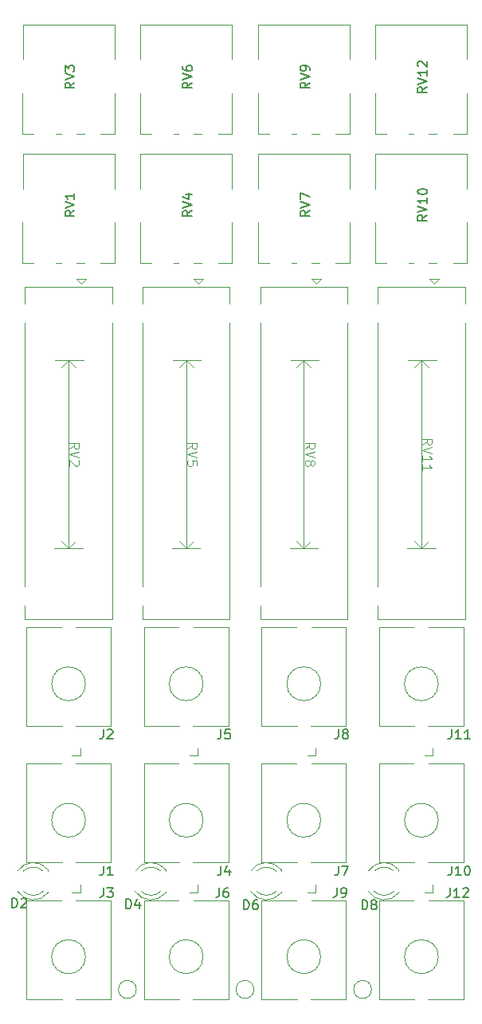
<source format=gbr>
%TF.GenerationSoftware,KiCad,Pcbnew,8.0.0*%
%TF.CreationDate,2024-08-29T00:26:00-07:00*%
%TF.ProjectId,veils_clone,7665696c-735f-4636-9c6f-6e652e6b6963,rev?*%
%TF.SameCoordinates,Original*%
%TF.FileFunction,Legend,Top*%
%TF.FilePolarity,Positive*%
%FSLAX46Y46*%
G04 Gerber Fmt 4.6, Leading zero omitted, Abs format (unit mm)*
G04 Created by KiCad (PCBNEW 8.0.0) date 2024-08-29 00:26:00*
%MOMM*%
%LPD*%
G01*
G04 APERTURE LIST*
%ADD10C,0.100000*%
%ADD11C,0.150000*%
%ADD12C,0.120000*%
G04 APERTURE END LIST*
D10*
X96372580Y-91304761D02*
X96848771Y-90971428D01*
X96372580Y-90733333D02*
X97372580Y-90733333D01*
X97372580Y-90733333D02*
X97372580Y-91114285D01*
X97372580Y-91114285D02*
X97324961Y-91209523D01*
X97324961Y-91209523D02*
X97277342Y-91257142D01*
X97277342Y-91257142D02*
X97182104Y-91304761D01*
X97182104Y-91304761D02*
X97039247Y-91304761D01*
X97039247Y-91304761D02*
X96944009Y-91257142D01*
X96944009Y-91257142D02*
X96896390Y-91209523D01*
X96896390Y-91209523D02*
X96848771Y-91114285D01*
X96848771Y-91114285D02*
X96848771Y-90733333D01*
X97372580Y-91590476D02*
X96372580Y-91923809D01*
X96372580Y-91923809D02*
X97372580Y-92257142D01*
X96944009Y-92733333D02*
X96991628Y-92638095D01*
X96991628Y-92638095D02*
X97039247Y-92590476D01*
X97039247Y-92590476D02*
X97134485Y-92542857D01*
X97134485Y-92542857D02*
X97182104Y-92542857D01*
X97182104Y-92542857D02*
X97277342Y-92590476D01*
X97277342Y-92590476D02*
X97324961Y-92638095D01*
X97324961Y-92638095D02*
X97372580Y-92733333D01*
X97372580Y-92733333D02*
X97372580Y-92923809D01*
X97372580Y-92923809D02*
X97324961Y-93019047D01*
X97324961Y-93019047D02*
X97277342Y-93066666D01*
X97277342Y-93066666D02*
X97182104Y-93114285D01*
X97182104Y-93114285D02*
X97134485Y-93114285D01*
X97134485Y-93114285D02*
X97039247Y-93066666D01*
X97039247Y-93066666D02*
X96991628Y-93019047D01*
X96991628Y-93019047D02*
X96944009Y-92923809D01*
X96944009Y-92923809D02*
X96944009Y-92733333D01*
X96944009Y-92733333D02*
X96896390Y-92638095D01*
X96896390Y-92638095D02*
X96848771Y-92590476D01*
X96848771Y-92590476D02*
X96753533Y-92542857D01*
X96753533Y-92542857D02*
X96563057Y-92542857D01*
X96563057Y-92542857D02*
X96467819Y-92590476D01*
X96467819Y-92590476D02*
X96420200Y-92638095D01*
X96420200Y-92638095D02*
X96372580Y-92733333D01*
X96372580Y-92733333D02*
X96372580Y-92923809D01*
X96372580Y-92923809D02*
X96420200Y-93019047D01*
X96420200Y-93019047D02*
X96467819Y-93066666D01*
X96467819Y-93066666D02*
X96563057Y-93114285D01*
X96563057Y-93114285D02*
X96753533Y-93114285D01*
X96753533Y-93114285D02*
X96848771Y-93066666D01*
X96848771Y-93066666D02*
X96896390Y-93019047D01*
X96896390Y-93019047D02*
X96944009Y-92923809D01*
D11*
X71879819Y-52395238D02*
X71403628Y-52728571D01*
X71879819Y-52966666D02*
X70879819Y-52966666D01*
X70879819Y-52966666D02*
X70879819Y-52585714D01*
X70879819Y-52585714D02*
X70927438Y-52490476D01*
X70927438Y-52490476D02*
X70975057Y-52442857D01*
X70975057Y-52442857D02*
X71070295Y-52395238D01*
X71070295Y-52395238D02*
X71213152Y-52395238D01*
X71213152Y-52395238D02*
X71308390Y-52442857D01*
X71308390Y-52442857D02*
X71356009Y-52490476D01*
X71356009Y-52490476D02*
X71403628Y-52585714D01*
X71403628Y-52585714D02*
X71403628Y-52966666D01*
X70879819Y-52109523D02*
X71879819Y-51776190D01*
X71879819Y-51776190D02*
X70879819Y-51442857D01*
X70879819Y-51204761D02*
X70879819Y-50585714D01*
X70879819Y-50585714D02*
X71260771Y-50919047D01*
X71260771Y-50919047D02*
X71260771Y-50776190D01*
X71260771Y-50776190D02*
X71308390Y-50680952D01*
X71308390Y-50680952D02*
X71356009Y-50633333D01*
X71356009Y-50633333D02*
X71451247Y-50585714D01*
X71451247Y-50585714D02*
X71689342Y-50585714D01*
X71689342Y-50585714D02*
X71784580Y-50633333D01*
X71784580Y-50633333D02*
X71832200Y-50680952D01*
X71832200Y-50680952D02*
X71879819Y-50776190D01*
X71879819Y-50776190D02*
X71879819Y-51061904D01*
X71879819Y-51061904D02*
X71832200Y-51157142D01*
X71832200Y-51157142D02*
X71784580Y-51204761D01*
X74946666Y-137954819D02*
X74946666Y-138669104D01*
X74946666Y-138669104D02*
X74899047Y-138811961D01*
X74899047Y-138811961D02*
X74803809Y-138907200D01*
X74803809Y-138907200D02*
X74660952Y-138954819D01*
X74660952Y-138954819D02*
X74565714Y-138954819D01*
X75327619Y-137954819D02*
X75946666Y-137954819D01*
X75946666Y-137954819D02*
X75613333Y-138335771D01*
X75613333Y-138335771D02*
X75756190Y-138335771D01*
X75756190Y-138335771D02*
X75851428Y-138383390D01*
X75851428Y-138383390D02*
X75899047Y-138431009D01*
X75899047Y-138431009D02*
X75946666Y-138526247D01*
X75946666Y-138526247D02*
X75946666Y-138764342D01*
X75946666Y-138764342D02*
X75899047Y-138859580D01*
X75899047Y-138859580D02*
X75851428Y-138907200D01*
X75851428Y-138907200D02*
X75756190Y-138954819D01*
X75756190Y-138954819D02*
X75470476Y-138954819D01*
X75470476Y-138954819D02*
X75375238Y-138907200D01*
X75375238Y-138907200D02*
X75327619Y-138859580D01*
X109354819Y-52871428D02*
X108878628Y-53204761D01*
X109354819Y-53442856D02*
X108354819Y-53442856D01*
X108354819Y-53442856D02*
X108354819Y-53061904D01*
X108354819Y-53061904D02*
X108402438Y-52966666D01*
X108402438Y-52966666D02*
X108450057Y-52919047D01*
X108450057Y-52919047D02*
X108545295Y-52871428D01*
X108545295Y-52871428D02*
X108688152Y-52871428D01*
X108688152Y-52871428D02*
X108783390Y-52919047D01*
X108783390Y-52919047D02*
X108831009Y-52966666D01*
X108831009Y-52966666D02*
X108878628Y-53061904D01*
X108878628Y-53061904D02*
X108878628Y-53442856D01*
X108354819Y-52585713D02*
X109354819Y-52252380D01*
X109354819Y-52252380D02*
X108354819Y-51919047D01*
X109354819Y-51061904D02*
X109354819Y-51633332D01*
X109354819Y-51347618D02*
X108354819Y-51347618D01*
X108354819Y-51347618D02*
X108497676Y-51442856D01*
X108497676Y-51442856D02*
X108592914Y-51538094D01*
X108592914Y-51538094D02*
X108640533Y-51633332D01*
X108450057Y-50680951D02*
X108402438Y-50633332D01*
X108402438Y-50633332D02*
X108354819Y-50538094D01*
X108354819Y-50538094D02*
X108354819Y-50299999D01*
X108354819Y-50299999D02*
X108402438Y-50204761D01*
X108402438Y-50204761D02*
X108450057Y-50157142D01*
X108450057Y-50157142D02*
X108545295Y-50109523D01*
X108545295Y-50109523D02*
X108640533Y-50109523D01*
X108640533Y-50109523D02*
X108783390Y-50157142D01*
X108783390Y-50157142D02*
X109354819Y-50728570D01*
X109354819Y-50728570D02*
X109354819Y-50109523D01*
X74946666Y-121124819D02*
X74946666Y-121839104D01*
X74946666Y-121839104D02*
X74899047Y-121981961D01*
X74899047Y-121981961D02*
X74803809Y-122077200D01*
X74803809Y-122077200D02*
X74660952Y-122124819D01*
X74660952Y-122124819D02*
X74565714Y-122124819D01*
X75375238Y-121220057D02*
X75422857Y-121172438D01*
X75422857Y-121172438D02*
X75518095Y-121124819D01*
X75518095Y-121124819D02*
X75756190Y-121124819D01*
X75756190Y-121124819D02*
X75851428Y-121172438D01*
X75851428Y-121172438D02*
X75899047Y-121220057D01*
X75899047Y-121220057D02*
X75946666Y-121315295D01*
X75946666Y-121315295D02*
X75946666Y-121410533D01*
X75946666Y-121410533D02*
X75899047Y-121553390D01*
X75899047Y-121553390D02*
X75327619Y-122124819D01*
X75327619Y-122124819D02*
X75946666Y-122124819D01*
X96879819Y-52395238D02*
X96403628Y-52728571D01*
X96879819Y-52966666D02*
X95879819Y-52966666D01*
X95879819Y-52966666D02*
X95879819Y-52585714D01*
X95879819Y-52585714D02*
X95927438Y-52490476D01*
X95927438Y-52490476D02*
X95975057Y-52442857D01*
X95975057Y-52442857D02*
X96070295Y-52395238D01*
X96070295Y-52395238D02*
X96213152Y-52395238D01*
X96213152Y-52395238D02*
X96308390Y-52442857D01*
X96308390Y-52442857D02*
X96356009Y-52490476D01*
X96356009Y-52490476D02*
X96403628Y-52585714D01*
X96403628Y-52585714D02*
X96403628Y-52966666D01*
X95879819Y-52109523D02*
X96879819Y-51776190D01*
X96879819Y-51776190D02*
X95879819Y-51442857D01*
X96879819Y-51061904D02*
X96879819Y-50871428D01*
X96879819Y-50871428D02*
X96832200Y-50776190D01*
X96832200Y-50776190D02*
X96784580Y-50728571D01*
X96784580Y-50728571D02*
X96641723Y-50633333D01*
X96641723Y-50633333D02*
X96451247Y-50585714D01*
X96451247Y-50585714D02*
X96070295Y-50585714D01*
X96070295Y-50585714D02*
X95975057Y-50633333D01*
X95975057Y-50633333D02*
X95927438Y-50680952D01*
X95927438Y-50680952D02*
X95879819Y-50776190D01*
X95879819Y-50776190D02*
X95879819Y-50966666D01*
X95879819Y-50966666D02*
X95927438Y-51061904D01*
X95927438Y-51061904D02*
X95975057Y-51109523D01*
X95975057Y-51109523D02*
X96070295Y-51157142D01*
X96070295Y-51157142D02*
X96308390Y-51157142D01*
X96308390Y-51157142D02*
X96403628Y-51109523D01*
X96403628Y-51109523D02*
X96451247Y-51061904D01*
X96451247Y-51061904D02*
X96498866Y-50966666D01*
X96498866Y-50966666D02*
X96498866Y-50776190D01*
X96498866Y-50776190D02*
X96451247Y-50680952D01*
X96451247Y-50680952D02*
X96403628Y-50633333D01*
X96403628Y-50633333D02*
X96308390Y-50585714D01*
X77361905Y-140154819D02*
X77361905Y-139154819D01*
X77361905Y-139154819D02*
X77600000Y-139154819D01*
X77600000Y-139154819D02*
X77742857Y-139202438D01*
X77742857Y-139202438D02*
X77838095Y-139297676D01*
X77838095Y-139297676D02*
X77885714Y-139392914D01*
X77885714Y-139392914D02*
X77933333Y-139583390D01*
X77933333Y-139583390D02*
X77933333Y-139726247D01*
X77933333Y-139726247D02*
X77885714Y-139916723D01*
X77885714Y-139916723D02*
X77838095Y-140011961D01*
X77838095Y-140011961D02*
X77742857Y-140107200D01*
X77742857Y-140107200D02*
X77600000Y-140154819D01*
X77600000Y-140154819D02*
X77361905Y-140154819D01*
X78790476Y-139488152D02*
X78790476Y-140154819D01*
X78552381Y-139107200D02*
X78314286Y-139821485D01*
X78314286Y-139821485D02*
X78933333Y-139821485D01*
X87266666Y-137954819D02*
X87266666Y-138669104D01*
X87266666Y-138669104D02*
X87219047Y-138811961D01*
X87219047Y-138811961D02*
X87123809Y-138907200D01*
X87123809Y-138907200D02*
X86980952Y-138954819D01*
X86980952Y-138954819D02*
X86885714Y-138954819D01*
X88171428Y-137954819D02*
X87980952Y-137954819D01*
X87980952Y-137954819D02*
X87885714Y-138002438D01*
X87885714Y-138002438D02*
X87838095Y-138050057D01*
X87838095Y-138050057D02*
X87742857Y-138192914D01*
X87742857Y-138192914D02*
X87695238Y-138383390D01*
X87695238Y-138383390D02*
X87695238Y-138764342D01*
X87695238Y-138764342D02*
X87742857Y-138859580D01*
X87742857Y-138859580D02*
X87790476Y-138907200D01*
X87790476Y-138907200D02*
X87885714Y-138954819D01*
X87885714Y-138954819D02*
X88076190Y-138954819D01*
X88076190Y-138954819D02*
X88171428Y-138907200D01*
X88171428Y-138907200D02*
X88219047Y-138859580D01*
X88219047Y-138859580D02*
X88266666Y-138764342D01*
X88266666Y-138764342D02*
X88266666Y-138526247D01*
X88266666Y-138526247D02*
X88219047Y-138431009D01*
X88219047Y-138431009D02*
X88171428Y-138383390D01*
X88171428Y-138383390D02*
X88076190Y-138335771D01*
X88076190Y-138335771D02*
X87885714Y-138335771D01*
X87885714Y-138335771D02*
X87790476Y-138383390D01*
X87790476Y-138383390D02*
X87742857Y-138431009D01*
X87742857Y-138431009D02*
X87695238Y-138526247D01*
X96879819Y-65995238D02*
X96403628Y-66328571D01*
X96879819Y-66566666D02*
X95879819Y-66566666D01*
X95879819Y-66566666D02*
X95879819Y-66185714D01*
X95879819Y-66185714D02*
X95927438Y-66090476D01*
X95927438Y-66090476D02*
X95975057Y-66042857D01*
X95975057Y-66042857D02*
X96070295Y-65995238D01*
X96070295Y-65995238D02*
X96213152Y-65995238D01*
X96213152Y-65995238D02*
X96308390Y-66042857D01*
X96308390Y-66042857D02*
X96356009Y-66090476D01*
X96356009Y-66090476D02*
X96403628Y-66185714D01*
X96403628Y-66185714D02*
X96403628Y-66566666D01*
X95879819Y-65709523D02*
X96879819Y-65376190D01*
X96879819Y-65376190D02*
X95879819Y-65042857D01*
X95879819Y-64804761D02*
X95879819Y-64138095D01*
X95879819Y-64138095D02*
X96879819Y-64566666D01*
X71879819Y-65995238D02*
X71403628Y-66328571D01*
X71879819Y-66566666D02*
X70879819Y-66566666D01*
X70879819Y-66566666D02*
X70879819Y-66185714D01*
X70879819Y-66185714D02*
X70927438Y-66090476D01*
X70927438Y-66090476D02*
X70975057Y-66042857D01*
X70975057Y-66042857D02*
X71070295Y-65995238D01*
X71070295Y-65995238D02*
X71213152Y-65995238D01*
X71213152Y-65995238D02*
X71308390Y-66042857D01*
X71308390Y-66042857D02*
X71356009Y-66090476D01*
X71356009Y-66090476D02*
X71403628Y-66185714D01*
X71403628Y-66185714D02*
X71403628Y-66566666D01*
X70879819Y-65709523D02*
X71879819Y-65376190D01*
X71879819Y-65376190D02*
X70879819Y-65042857D01*
X71879819Y-64185714D02*
X71879819Y-64757142D01*
X71879819Y-64471428D02*
X70879819Y-64471428D01*
X70879819Y-64471428D02*
X71022676Y-64566666D01*
X71022676Y-64566666D02*
X71117914Y-64661904D01*
X71117914Y-64661904D02*
X71165533Y-64757142D01*
X99766666Y-137954819D02*
X99766666Y-138669104D01*
X99766666Y-138669104D02*
X99719047Y-138811961D01*
X99719047Y-138811961D02*
X99623809Y-138907200D01*
X99623809Y-138907200D02*
X99480952Y-138954819D01*
X99480952Y-138954819D02*
X99385714Y-138954819D01*
X100290476Y-138954819D02*
X100480952Y-138954819D01*
X100480952Y-138954819D02*
X100576190Y-138907200D01*
X100576190Y-138907200D02*
X100623809Y-138859580D01*
X100623809Y-138859580D02*
X100719047Y-138716723D01*
X100719047Y-138716723D02*
X100766666Y-138526247D01*
X100766666Y-138526247D02*
X100766666Y-138145295D01*
X100766666Y-138145295D02*
X100719047Y-138050057D01*
X100719047Y-138050057D02*
X100671428Y-138002438D01*
X100671428Y-138002438D02*
X100576190Y-137954819D01*
X100576190Y-137954819D02*
X100385714Y-137954819D01*
X100385714Y-137954819D02*
X100290476Y-138002438D01*
X100290476Y-138002438D02*
X100242857Y-138050057D01*
X100242857Y-138050057D02*
X100195238Y-138145295D01*
X100195238Y-138145295D02*
X100195238Y-138383390D01*
X100195238Y-138383390D02*
X100242857Y-138478628D01*
X100242857Y-138478628D02*
X100290476Y-138526247D01*
X100290476Y-138526247D02*
X100385714Y-138573866D01*
X100385714Y-138573866D02*
X100576190Y-138573866D01*
X100576190Y-138573866D02*
X100671428Y-138526247D01*
X100671428Y-138526247D02*
X100719047Y-138478628D01*
X100719047Y-138478628D02*
X100766666Y-138383390D01*
X111970476Y-135624819D02*
X111970476Y-136339104D01*
X111970476Y-136339104D02*
X111922857Y-136481961D01*
X111922857Y-136481961D02*
X111827619Y-136577200D01*
X111827619Y-136577200D02*
X111684762Y-136624819D01*
X111684762Y-136624819D02*
X111589524Y-136624819D01*
X112970476Y-136624819D02*
X112399048Y-136624819D01*
X112684762Y-136624819D02*
X112684762Y-135624819D01*
X112684762Y-135624819D02*
X112589524Y-135767676D01*
X112589524Y-135767676D02*
X112494286Y-135862914D01*
X112494286Y-135862914D02*
X112399048Y-135910533D01*
X113589524Y-135624819D02*
X113684762Y-135624819D01*
X113684762Y-135624819D02*
X113780000Y-135672438D01*
X113780000Y-135672438D02*
X113827619Y-135720057D01*
X113827619Y-135720057D02*
X113875238Y-135815295D01*
X113875238Y-135815295D02*
X113922857Y-136005771D01*
X113922857Y-136005771D02*
X113922857Y-136243866D01*
X113922857Y-136243866D02*
X113875238Y-136434342D01*
X113875238Y-136434342D02*
X113827619Y-136529580D01*
X113827619Y-136529580D02*
X113780000Y-136577200D01*
X113780000Y-136577200D02*
X113684762Y-136624819D01*
X113684762Y-136624819D02*
X113589524Y-136624819D01*
X113589524Y-136624819D02*
X113494286Y-136577200D01*
X113494286Y-136577200D02*
X113446667Y-136529580D01*
X113446667Y-136529580D02*
X113399048Y-136434342D01*
X113399048Y-136434342D02*
X113351429Y-136243866D01*
X113351429Y-136243866D02*
X113351429Y-136005771D01*
X113351429Y-136005771D02*
X113399048Y-135815295D01*
X113399048Y-135815295D02*
X113446667Y-135720057D01*
X113446667Y-135720057D02*
X113494286Y-135672438D01*
X113494286Y-135672438D02*
X113589524Y-135624819D01*
X84379819Y-65995238D02*
X83903628Y-66328571D01*
X84379819Y-66566666D02*
X83379819Y-66566666D01*
X83379819Y-66566666D02*
X83379819Y-66185714D01*
X83379819Y-66185714D02*
X83427438Y-66090476D01*
X83427438Y-66090476D02*
X83475057Y-66042857D01*
X83475057Y-66042857D02*
X83570295Y-65995238D01*
X83570295Y-65995238D02*
X83713152Y-65995238D01*
X83713152Y-65995238D02*
X83808390Y-66042857D01*
X83808390Y-66042857D02*
X83856009Y-66090476D01*
X83856009Y-66090476D02*
X83903628Y-66185714D01*
X83903628Y-66185714D02*
X83903628Y-66566666D01*
X83379819Y-65709523D02*
X84379819Y-65376190D01*
X84379819Y-65376190D02*
X83379819Y-65042857D01*
X83713152Y-64280952D02*
X84379819Y-64280952D01*
X83332200Y-64519047D02*
X84046485Y-64757142D01*
X84046485Y-64757142D02*
X84046485Y-64138095D01*
X84379819Y-52395238D02*
X83903628Y-52728571D01*
X84379819Y-52966666D02*
X83379819Y-52966666D01*
X83379819Y-52966666D02*
X83379819Y-52585714D01*
X83379819Y-52585714D02*
X83427438Y-52490476D01*
X83427438Y-52490476D02*
X83475057Y-52442857D01*
X83475057Y-52442857D02*
X83570295Y-52395238D01*
X83570295Y-52395238D02*
X83713152Y-52395238D01*
X83713152Y-52395238D02*
X83808390Y-52442857D01*
X83808390Y-52442857D02*
X83856009Y-52490476D01*
X83856009Y-52490476D02*
X83903628Y-52585714D01*
X83903628Y-52585714D02*
X83903628Y-52966666D01*
X83379819Y-52109523D02*
X84379819Y-51776190D01*
X84379819Y-51776190D02*
X83379819Y-51442857D01*
X83379819Y-50680952D02*
X83379819Y-50871428D01*
X83379819Y-50871428D02*
X83427438Y-50966666D01*
X83427438Y-50966666D02*
X83475057Y-51014285D01*
X83475057Y-51014285D02*
X83617914Y-51109523D01*
X83617914Y-51109523D02*
X83808390Y-51157142D01*
X83808390Y-51157142D02*
X84189342Y-51157142D01*
X84189342Y-51157142D02*
X84284580Y-51109523D01*
X84284580Y-51109523D02*
X84332200Y-51061904D01*
X84332200Y-51061904D02*
X84379819Y-50966666D01*
X84379819Y-50966666D02*
X84379819Y-50776190D01*
X84379819Y-50776190D02*
X84332200Y-50680952D01*
X84332200Y-50680952D02*
X84284580Y-50633333D01*
X84284580Y-50633333D02*
X84189342Y-50585714D01*
X84189342Y-50585714D02*
X83951247Y-50585714D01*
X83951247Y-50585714D02*
X83856009Y-50633333D01*
X83856009Y-50633333D02*
X83808390Y-50680952D01*
X83808390Y-50680952D02*
X83760771Y-50776190D01*
X83760771Y-50776190D02*
X83760771Y-50966666D01*
X83760771Y-50966666D02*
X83808390Y-51061904D01*
X83808390Y-51061904D02*
X83856009Y-51109523D01*
X83856009Y-51109523D02*
X83951247Y-51157142D01*
X111790476Y-137954819D02*
X111790476Y-138669104D01*
X111790476Y-138669104D02*
X111742857Y-138811961D01*
X111742857Y-138811961D02*
X111647619Y-138907200D01*
X111647619Y-138907200D02*
X111504762Y-138954819D01*
X111504762Y-138954819D02*
X111409524Y-138954819D01*
X112790476Y-138954819D02*
X112219048Y-138954819D01*
X112504762Y-138954819D02*
X112504762Y-137954819D01*
X112504762Y-137954819D02*
X112409524Y-138097676D01*
X112409524Y-138097676D02*
X112314286Y-138192914D01*
X112314286Y-138192914D02*
X112219048Y-138240533D01*
X113171429Y-138050057D02*
X113219048Y-138002438D01*
X113219048Y-138002438D02*
X113314286Y-137954819D01*
X113314286Y-137954819D02*
X113552381Y-137954819D01*
X113552381Y-137954819D02*
X113647619Y-138002438D01*
X113647619Y-138002438D02*
X113695238Y-138050057D01*
X113695238Y-138050057D02*
X113742857Y-138145295D01*
X113742857Y-138145295D02*
X113742857Y-138240533D01*
X113742857Y-138240533D02*
X113695238Y-138383390D01*
X113695238Y-138383390D02*
X113123810Y-138954819D01*
X113123810Y-138954819D02*
X113742857Y-138954819D01*
X87446666Y-135624819D02*
X87446666Y-136339104D01*
X87446666Y-136339104D02*
X87399047Y-136481961D01*
X87399047Y-136481961D02*
X87303809Y-136577200D01*
X87303809Y-136577200D02*
X87160952Y-136624819D01*
X87160952Y-136624819D02*
X87065714Y-136624819D01*
X88351428Y-135958152D02*
X88351428Y-136624819D01*
X88113333Y-135577200D02*
X87875238Y-136291485D01*
X87875238Y-136291485D02*
X88494285Y-136291485D01*
X99946666Y-121124819D02*
X99946666Y-121839104D01*
X99946666Y-121839104D02*
X99899047Y-121981961D01*
X99899047Y-121981961D02*
X99803809Y-122077200D01*
X99803809Y-122077200D02*
X99660952Y-122124819D01*
X99660952Y-122124819D02*
X99565714Y-122124819D01*
X100565714Y-121553390D02*
X100470476Y-121505771D01*
X100470476Y-121505771D02*
X100422857Y-121458152D01*
X100422857Y-121458152D02*
X100375238Y-121362914D01*
X100375238Y-121362914D02*
X100375238Y-121315295D01*
X100375238Y-121315295D02*
X100422857Y-121220057D01*
X100422857Y-121220057D02*
X100470476Y-121172438D01*
X100470476Y-121172438D02*
X100565714Y-121124819D01*
X100565714Y-121124819D02*
X100756190Y-121124819D01*
X100756190Y-121124819D02*
X100851428Y-121172438D01*
X100851428Y-121172438D02*
X100899047Y-121220057D01*
X100899047Y-121220057D02*
X100946666Y-121315295D01*
X100946666Y-121315295D02*
X100946666Y-121362914D01*
X100946666Y-121362914D02*
X100899047Y-121458152D01*
X100899047Y-121458152D02*
X100851428Y-121505771D01*
X100851428Y-121505771D02*
X100756190Y-121553390D01*
X100756190Y-121553390D02*
X100565714Y-121553390D01*
X100565714Y-121553390D02*
X100470476Y-121601009D01*
X100470476Y-121601009D02*
X100422857Y-121648628D01*
X100422857Y-121648628D02*
X100375238Y-121743866D01*
X100375238Y-121743866D02*
X100375238Y-121934342D01*
X100375238Y-121934342D02*
X100422857Y-122029580D01*
X100422857Y-122029580D02*
X100470476Y-122077200D01*
X100470476Y-122077200D02*
X100565714Y-122124819D01*
X100565714Y-122124819D02*
X100756190Y-122124819D01*
X100756190Y-122124819D02*
X100851428Y-122077200D01*
X100851428Y-122077200D02*
X100899047Y-122029580D01*
X100899047Y-122029580D02*
X100946666Y-121934342D01*
X100946666Y-121934342D02*
X100946666Y-121743866D01*
X100946666Y-121743866D02*
X100899047Y-121648628D01*
X100899047Y-121648628D02*
X100851428Y-121601009D01*
X100851428Y-121601009D02*
X100756190Y-121553390D01*
D10*
X108872580Y-90828571D02*
X109348771Y-90495238D01*
X108872580Y-90257143D02*
X109872580Y-90257143D01*
X109872580Y-90257143D02*
X109872580Y-90638095D01*
X109872580Y-90638095D02*
X109824961Y-90733333D01*
X109824961Y-90733333D02*
X109777342Y-90780952D01*
X109777342Y-90780952D02*
X109682104Y-90828571D01*
X109682104Y-90828571D02*
X109539247Y-90828571D01*
X109539247Y-90828571D02*
X109444009Y-90780952D01*
X109444009Y-90780952D02*
X109396390Y-90733333D01*
X109396390Y-90733333D02*
X109348771Y-90638095D01*
X109348771Y-90638095D02*
X109348771Y-90257143D01*
X109872580Y-91114286D02*
X108872580Y-91447619D01*
X108872580Y-91447619D02*
X109872580Y-91780952D01*
X108872580Y-92638095D02*
X108872580Y-92066667D01*
X108872580Y-92352381D02*
X109872580Y-92352381D01*
X109872580Y-92352381D02*
X109729723Y-92257143D01*
X109729723Y-92257143D02*
X109634485Y-92161905D01*
X109634485Y-92161905D02*
X109586866Y-92066667D01*
X108872580Y-93590476D02*
X108872580Y-93019048D01*
X108872580Y-93304762D02*
X109872580Y-93304762D01*
X109872580Y-93304762D02*
X109729723Y-93209524D01*
X109729723Y-93209524D02*
X109634485Y-93114286D01*
X109634485Y-93114286D02*
X109586866Y-93019048D01*
D11*
X74946666Y-135624819D02*
X74946666Y-136339104D01*
X74946666Y-136339104D02*
X74899047Y-136481961D01*
X74899047Y-136481961D02*
X74803809Y-136577200D01*
X74803809Y-136577200D02*
X74660952Y-136624819D01*
X74660952Y-136624819D02*
X74565714Y-136624819D01*
X75946666Y-136624819D02*
X75375238Y-136624819D01*
X75660952Y-136624819D02*
X75660952Y-135624819D01*
X75660952Y-135624819D02*
X75565714Y-135767676D01*
X75565714Y-135767676D02*
X75470476Y-135862914D01*
X75470476Y-135862914D02*
X75375238Y-135910533D01*
X102461905Y-140254819D02*
X102461905Y-139254819D01*
X102461905Y-139254819D02*
X102700000Y-139254819D01*
X102700000Y-139254819D02*
X102842857Y-139302438D01*
X102842857Y-139302438D02*
X102938095Y-139397676D01*
X102938095Y-139397676D02*
X102985714Y-139492914D01*
X102985714Y-139492914D02*
X103033333Y-139683390D01*
X103033333Y-139683390D02*
X103033333Y-139826247D01*
X103033333Y-139826247D02*
X102985714Y-140016723D01*
X102985714Y-140016723D02*
X102938095Y-140111961D01*
X102938095Y-140111961D02*
X102842857Y-140207200D01*
X102842857Y-140207200D02*
X102700000Y-140254819D01*
X102700000Y-140254819D02*
X102461905Y-140254819D01*
X103604762Y-139683390D02*
X103509524Y-139635771D01*
X103509524Y-139635771D02*
X103461905Y-139588152D01*
X103461905Y-139588152D02*
X103414286Y-139492914D01*
X103414286Y-139492914D02*
X103414286Y-139445295D01*
X103414286Y-139445295D02*
X103461905Y-139350057D01*
X103461905Y-139350057D02*
X103509524Y-139302438D01*
X103509524Y-139302438D02*
X103604762Y-139254819D01*
X103604762Y-139254819D02*
X103795238Y-139254819D01*
X103795238Y-139254819D02*
X103890476Y-139302438D01*
X103890476Y-139302438D02*
X103938095Y-139350057D01*
X103938095Y-139350057D02*
X103985714Y-139445295D01*
X103985714Y-139445295D02*
X103985714Y-139492914D01*
X103985714Y-139492914D02*
X103938095Y-139588152D01*
X103938095Y-139588152D02*
X103890476Y-139635771D01*
X103890476Y-139635771D02*
X103795238Y-139683390D01*
X103795238Y-139683390D02*
X103604762Y-139683390D01*
X103604762Y-139683390D02*
X103509524Y-139731009D01*
X103509524Y-139731009D02*
X103461905Y-139778628D01*
X103461905Y-139778628D02*
X103414286Y-139873866D01*
X103414286Y-139873866D02*
X103414286Y-140064342D01*
X103414286Y-140064342D02*
X103461905Y-140159580D01*
X103461905Y-140159580D02*
X103509524Y-140207200D01*
X103509524Y-140207200D02*
X103604762Y-140254819D01*
X103604762Y-140254819D02*
X103795238Y-140254819D01*
X103795238Y-140254819D02*
X103890476Y-140207200D01*
X103890476Y-140207200D02*
X103938095Y-140159580D01*
X103938095Y-140159580D02*
X103985714Y-140064342D01*
X103985714Y-140064342D02*
X103985714Y-139873866D01*
X103985714Y-139873866D02*
X103938095Y-139778628D01*
X103938095Y-139778628D02*
X103890476Y-139731009D01*
X103890476Y-139731009D02*
X103795238Y-139683390D01*
X89861905Y-140254819D02*
X89861905Y-139254819D01*
X89861905Y-139254819D02*
X90100000Y-139254819D01*
X90100000Y-139254819D02*
X90242857Y-139302438D01*
X90242857Y-139302438D02*
X90338095Y-139397676D01*
X90338095Y-139397676D02*
X90385714Y-139492914D01*
X90385714Y-139492914D02*
X90433333Y-139683390D01*
X90433333Y-139683390D02*
X90433333Y-139826247D01*
X90433333Y-139826247D02*
X90385714Y-140016723D01*
X90385714Y-140016723D02*
X90338095Y-140111961D01*
X90338095Y-140111961D02*
X90242857Y-140207200D01*
X90242857Y-140207200D02*
X90100000Y-140254819D01*
X90100000Y-140254819D02*
X89861905Y-140254819D01*
X91290476Y-139254819D02*
X91100000Y-139254819D01*
X91100000Y-139254819D02*
X91004762Y-139302438D01*
X91004762Y-139302438D02*
X90957143Y-139350057D01*
X90957143Y-139350057D02*
X90861905Y-139492914D01*
X90861905Y-139492914D02*
X90814286Y-139683390D01*
X90814286Y-139683390D02*
X90814286Y-140064342D01*
X90814286Y-140064342D02*
X90861905Y-140159580D01*
X90861905Y-140159580D02*
X90909524Y-140207200D01*
X90909524Y-140207200D02*
X91004762Y-140254819D01*
X91004762Y-140254819D02*
X91195238Y-140254819D01*
X91195238Y-140254819D02*
X91290476Y-140207200D01*
X91290476Y-140207200D02*
X91338095Y-140159580D01*
X91338095Y-140159580D02*
X91385714Y-140064342D01*
X91385714Y-140064342D02*
X91385714Y-139826247D01*
X91385714Y-139826247D02*
X91338095Y-139731009D01*
X91338095Y-139731009D02*
X91290476Y-139683390D01*
X91290476Y-139683390D02*
X91195238Y-139635771D01*
X91195238Y-139635771D02*
X91004762Y-139635771D01*
X91004762Y-139635771D02*
X90909524Y-139683390D01*
X90909524Y-139683390D02*
X90861905Y-139731009D01*
X90861905Y-139731009D02*
X90814286Y-139826247D01*
X87446666Y-121124819D02*
X87446666Y-121839104D01*
X87446666Y-121839104D02*
X87399047Y-121981961D01*
X87399047Y-121981961D02*
X87303809Y-122077200D01*
X87303809Y-122077200D02*
X87160952Y-122124819D01*
X87160952Y-122124819D02*
X87065714Y-122124819D01*
X88399047Y-121124819D02*
X87922857Y-121124819D01*
X87922857Y-121124819D02*
X87875238Y-121601009D01*
X87875238Y-121601009D02*
X87922857Y-121553390D01*
X87922857Y-121553390D02*
X88018095Y-121505771D01*
X88018095Y-121505771D02*
X88256190Y-121505771D01*
X88256190Y-121505771D02*
X88351428Y-121553390D01*
X88351428Y-121553390D02*
X88399047Y-121601009D01*
X88399047Y-121601009D02*
X88446666Y-121696247D01*
X88446666Y-121696247D02*
X88446666Y-121934342D01*
X88446666Y-121934342D02*
X88399047Y-122029580D01*
X88399047Y-122029580D02*
X88351428Y-122077200D01*
X88351428Y-122077200D02*
X88256190Y-122124819D01*
X88256190Y-122124819D02*
X88018095Y-122124819D01*
X88018095Y-122124819D02*
X87922857Y-122077200D01*
X87922857Y-122077200D02*
X87875238Y-122029580D01*
X111970476Y-121124819D02*
X111970476Y-121839104D01*
X111970476Y-121839104D02*
X111922857Y-121981961D01*
X111922857Y-121981961D02*
X111827619Y-122077200D01*
X111827619Y-122077200D02*
X111684762Y-122124819D01*
X111684762Y-122124819D02*
X111589524Y-122124819D01*
X112970476Y-122124819D02*
X112399048Y-122124819D01*
X112684762Y-122124819D02*
X112684762Y-121124819D01*
X112684762Y-121124819D02*
X112589524Y-121267676D01*
X112589524Y-121267676D02*
X112494286Y-121362914D01*
X112494286Y-121362914D02*
X112399048Y-121410533D01*
X113922857Y-122124819D02*
X113351429Y-122124819D01*
X113637143Y-122124819D02*
X113637143Y-121124819D01*
X113637143Y-121124819D02*
X113541905Y-121267676D01*
X113541905Y-121267676D02*
X113446667Y-121362914D01*
X113446667Y-121362914D02*
X113351429Y-121410533D01*
X109354819Y-66471428D02*
X108878628Y-66804761D01*
X109354819Y-67042856D02*
X108354819Y-67042856D01*
X108354819Y-67042856D02*
X108354819Y-66661904D01*
X108354819Y-66661904D02*
X108402438Y-66566666D01*
X108402438Y-66566666D02*
X108450057Y-66519047D01*
X108450057Y-66519047D02*
X108545295Y-66471428D01*
X108545295Y-66471428D02*
X108688152Y-66471428D01*
X108688152Y-66471428D02*
X108783390Y-66519047D01*
X108783390Y-66519047D02*
X108831009Y-66566666D01*
X108831009Y-66566666D02*
X108878628Y-66661904D01*
X108878628Y-66661904D02*
X108878628Y-67042856D01*
X108354819Y-66185713D02*
X109354819Y-65852380D01*
X109354819Y-65852380D02*
X108354819Y-65519047D01*
X109354819Y-64661904D02*
X109354819Y-65233332D01*
X109354819Y-64947618D02*
X108354819Y-64947618D01*
X108354819Y-64947618D02*
X108497676Y-65042856D01*
X108497676Y-65042856D02*
X108592914Y-65138094D01*
X108592914Y-65138094D02*
X108640533Y-65233332D01*
X108354819Y-64042856D02*
X108354819Y-63947618D01*
X108354819Y-63947618D02*
X108402438Y-63852380D01*
X108402438Y-63852380D02*
X108450057Y-63804761D01*
X108450057Y-63804761D02*
X108545295Y-63757142D01*
X108545295Y-63757142D02*
X108735771Y-63709523D01*
X108735771Y-63709523D02*
X108973866Y-63709523D01*
X108973866Y-63709523D02*
X109164342Y-63757142D01*
X109164342Y-63757142D02*
X109259580Y-63804761D01*
X109259580Y-63804761D02*
X109307200Y-63852380D01*
X109307200Y-63852380D02*
X109354819Y-63947618D01*
X109354819Y-63947618D02*
X109354819Y-64042856D01*
X109354819Y-64042856D02*
X109307200Y-64138094D01*
X109307200Y-64138094D02*
X109259580Y-64185713D01*
X109259580Y-64185713D02*
X109164342Y-64233332D01*
X109164342Y-64233332D02*
X108973866Y-64280951D01*
X108973866Y-64280951D02*
X108735771Y-64280951D01*
X108735771Y-64280951D02*
X108545295Y-64233332D01*
X108545295Y-64233332D02*
X108450057Y-64185713D01*
X108450057Y-64185713D02*
X108402438Y-64138094D01*
X108402438Y-64138094D02*
X108354819Y-64042856D01*
X99946666Y-135624819D02*
X99946666Y-136339104D01*
X99946666Y-136339104D02*
X99899047Y-136481961D01*
X99899047Y-136481961D02*
X99803809Y-136577200D01*
X99803809Y-136577200D02*
X99660952Y-136624819D01*
X99660952Y-136624819D02*
X99565714Y-136624819D01*
X100327619Y-135624819D02*
X100994285Y-135624819D01*
X100994285Y-135624819D02*
X100565714Y-136624819D01*
X65261905Y-140054819D02*
X65261905Y-139054819D01*
X65261905Y-139054819D02*
X65500000Y-139054819D01*
X65500000Y-139054819D02*
X65642857Y-139102438D01*
X65642857Y-139102438D02*
X65738095Y-139197676D01*
X65738095Y-139197676D02*
X65785714Y-139292914D01*
X65785714Y-139292914D02*
X65833333Y-139483390D01*
X65833333Y-139483390D02*
X65833333Y-139626247D01*
X65833333Y-139626247D02*
X65785714Y-139816723D01*
X65785714Y-139816723D02*
X65738095Y-139911961D01*
X65738095Y-139911961D02*
X65642857Y-140007200D01*
X65642857Y-140007200D02*
X65500000Y-140054819D01*
X65500000Y-140054819D02*
X65261905Y-140054819D01*
X66214286Y-139150057D02*
X66261905Y-139102438D01*
X66261905Y-139102438D02*
X66357143Y-139054819D01*
X66357143Y-139054819D02*
X66595238Y-139054819D01*
X66595238Y-139054819D02*
X66690476Y-139102438D01*
X66690476Y-139102438D02*
X66738095Y-139150057D01*
X66738095Y-139150057D02*
X66785714Y-139245295D01*
X66785714Y-139245295D02*
X66785714Y-139340533D01*
X66785714Y-139340533D02*
X66738095Y-139483390D01*
X66738095Y-139483390D02*
X66166667Y-140054819D01*
X66166667Y-140054819D02*
X66785714Y-140054819D01*
D10*
X83872580Y-91304761D02*
X84348771Y-90971428D01*
X83872580Y-90733333D02*
X84872580Y-90733333D01*
X84872580Y-90733333D02*
X84872580Y-91114285D01*
X84872580Y-91114285D02*
X84824961Y-91209523D01*
X84824961Y-91209523D02*
X84777342Y-91257142D01*
X84777342Y-91257142D02*
X84682104Y-91304761D01*
X84682104Y-91304761D02*
X84539247Y-91304761D01*
X84539247Y-91304761D02*
X84444009Y-91257142D01*
X84444009Y-91257142D02*
X84396390Y-91209523D01*
X84396390Y-91209523D02*
X84348771Y-91114285D01*
X84348771Y-91114285D02*
X84348771Y-90733333D01*
X84872580Y-91590476D02*
X83872580Y-91923809D01*
X83872580Y-91923809D02*
X84872580Y-92257142D01*
X84872580Y-93066666D02*
X84872580Y-92590476D01*
X84872580Y-92590476D02*
X84396390Y-92542857D01*
X84396390Y-92542857D02*
X84444009Y-92590476D01*
X84444009Y-92590476D02*
X84491628Y-92685714D01*
X84491628Y-92685714D02*
X84491628Y-92923809D01*
X84491628Y-92923809D02*
X84444009Y-93019047D01*
X84444009Y-93019047D02*
X84396390Y-93066666D01*
X84396390Y-93066666D02*
X84301152Y-93114285D01*
X84301152Y-93114285D02*
X84063057Y-93114285D01*
X84063057Y-93114285D02*
X83967819Y-93066666D01*
X83967819Y-93066666D02*
X83920200Y-93019047D01*
X83920200Y-93019047D02*
X83872580Y-92923809D01*
X83872580Y-92923809D02*
X83872580Y-92685714D01*
X83872580Y-92685714D02*
X83920200Y-92590476D01*
X83920200Y-92590476D02*
X83967819Y-92542857D01*
X71372580Y-91304761D02*
X71848771Y-90971428D01*
X71372580Y-90733333D02*
X72372580Y-90733333D01*
X72372580Y-90733333D02*
X72372580Y-91114285D01*
X72372580Y-91114285D02*
X72324961Y-91209523D01*
X72324961Y-91209523D02*
X72277342Y-91257142D01*
X72277342Y-91257142D02*
X72182104Y-91304761D01*
X72182104Y-91304761D02*
X72039247Y-91304761D01*
X72039247Y-91304761D02*
X71944009Y-91257142D01*
X71944009Y-91257142D02*
X71896390Y-91209523D01*
X71896390Y-91209523D02*
X71848771Y-91114285D01*
X71848771Y-91114285D02*
X71848771Y-90733333D01*
X72372580Y-91590476D02*
X71372580Y-91923809D01*
X71372580Y-91923809D02*
X72372580Y-92257142D01*
X72277342Y-92542857D02*
X72324961Y-92590476D01*
X72324961Y-92590476D02*
X72372580Y-92685714D01*
X72372580Y-92685714D02*
X72372580Y-92923809D01*
X72372580Y-92923809D02*
X72324961Y-93019047D01*
X72324961Y-93019047D02*
X72277342Y-93066666D01*
X72277342Y-93066666D02*
X72182104Y-93114285D01*
X72182104Y-93114285D02*
X72086866Y-93114285D01*
X72086866Y-93114285D02*
X71944009Y-93066666D01*
X71944009Y-93066666D02*
X71372580Y-92495238D01*
X71372580Y-92495238D02*
X71372580Y-93114285D01*
D12*
%TO.C,RV8*%
X91630000Y-74140000D02*
X91630000Y-75900000D01*
X91630000Y-77900000D02*
X91630000Y-105900000D01*
X91630000Y-107960000D02*
X91630000Y-109380000D01*
X96250000Y-81900000D02*
X95500000Y-82650000D01*
X96250000Y-81900000D02*
X96250000Y-101900000D01*
X96250000Y-101900000D02*
X95500000Y-101150000D01*
X97000000Y-82650000D02*
X96250000Y-81900000D01*
X97000000Y-101150000D02*
X96250000Y-101900000D01*
X97080000Y-73250000D02*
X97580000Y-73750000D01*
X97580000Y-73750000D02*
X98080000Y-73250000D01*
X97750000Y-101900000D02*
X94750000Y-101900000D01*
X97830000Y-81900000D02*
X94830000Y-81900000D01*
X98080000Y-73250000D02*
X97080000Y-73250000D01*
X100870000Y-74140000D02*
X91630000Y-74140000D01*
X100870000Y-74140000D02*
X100870000Y-75900000D01*
X100870000Y-77900000D02*
X100870000Y-109300000D01*
X100870000Y-109380000D02*
X91630000Y-109380000D01*
%TO.C,RV3*%
X66370000Y-57845000D02*
X66370000Y-53525000D01*
X66380000Y-49925000D02*
X66380000Y-46255000D01*
X67560000Y-57845000D02*
X66380000Y-57845000D01*
X70460000Y-57845000D02*
X69930000Y-57845000D01*
X72910000Y-57845000D02*
X72080000Y-57845000D01*
X76120000Y-46255000D02*
X66380000Y-46255000D01*
X76120000Y-49925000D02*
X76120000Y-46255000D01*
X76120000Y-57845000D02*
X74630000Y-57845000D01*
X76120000Y-57845000D02*
X76120000Y-53525000D01*
%TO.C,J3*%
X66750000Y-139270000D02*
X70450000Y-139270000D01*
X66750000Y-149770000D02*
X66750000Y-139270000D01*
X66750000Y-149770000D02*
X70530000Y-149770000D01*
X71970000Y-149770000D02*
X75750000Y-149770000D01*
X72050000Y-139270000D02*
X75750000Y-139270000D01*
X75750000Y-149770000D02*
X75750000Y-139270000D01*
X73050000Y-145270000D02*
G75*
G02*
X69450000Y-145270000I-1800000J0D01*
G01*
X69450000Y-145270000D02*
G75*
G02*
X73050000Y-145270000I1800000J0D01*
G01*
%TO.C,REF\u002A\u002A*%
X103450000Y-148750000D02*
G75*
G02*
X101550000Y-148750000I-950000J0D01*
G01*
X101550000Y-148750000D02*
G75*
G02*
X103450000Y-148750000I950000J0D01*
G01*
%TO.C,RV12*%
X103845000Y-57845000D02*
X103845000Y-53525000D01*
X103855000Y-49925000D02*
X103855000Y-46255000D01*
X105035000Y-57845000D02*
X103855000Y-57845000D01*
X107935000Y-57845000D02*
X107405000Y-57845000D01*
X110385000Y-57845000D02*
X109555000Y-57845000D01*
X113595000Y-46255000D02*
X103855000Y-46255000D01*
X113595000Y-49925000D02*
X113595000Y-46255000D01*
X113595000Y-57845000D02*
X112105000Y-57845000D01*
X113595000Y-57845000D02*
X113595000Y-53525000D01*
%TO.C,J2*%
X66750000Y-110270000D02*
X70450000Y-110270000D01*
X66750000Y-120770000D02*
X66750000Y-110270000D01*
X66750000Y-120770000D02*
X70530000Y-120770000D01*
X71970000Y-120770000D02*
X75750000Y-120770000D01*
X72050000Y-110270000D02*
X75750000Y-110270000D01*
X72480000Y-123920000D02*
X71620000Y-123920000D01*
X72480000Y-123920000D02*
X72480000Y-123120000D01*
X75750000Y-120770000D02*
X75750000Y-110270000D01*
X73050000Y-116270000D02*
G75*
G02*
X69450000Y-116270000I-1800000J0D01*
G01*
X69450000Y-116270000D02*
G75*
G02*
X73050000Y-116270000I1800000J0D01*
G01*
%TO.C,RV9*%
X91370000Y-57845000D02*
X91370000Y-53525000D01*
X91380000Y-49925000D02*
X91380000Y-46255000D01*
X92560000Y-57845000D02*
X91380000Y-57845000D01*
X95460000Y-57845000D02*
X94930000Y-57845000D01*
X97910000Y-57845000D02*
X97080000Y-57845000D01*
X101120000Y-46255000D02*
X91380000Y-46255000D01*
X101120000Y-49925000D02*
X101120000Y-46255000D01*
X101120000Y-57845000D02*
X99630000Y-57845000D01*
X101120000Y-57845000D02*
X101120000Y-53525000D01*
%TO.C,D4*%
X81565000Y-136170000D02*
X81565000Y-136014000D01*
X81565000Y-138486000D02*
X81565000Y-138330000D01*
X78332666Y-136171392D02*
G75*
G02*
X81564999Y-136014485I1672334J-1078608D01*
G01*
X78963871Y-136170164D02*
G75*
G02*
X81045960Y-136170001I1041129J-1079836D01*
G01*
X81045960Y-138329999D02*
G75*
G02*
X78963871Y-138329836I-1040960J1079999D01*
G01*
X81564999Y-138485515D02*
G75*
G02*
X78332666Y-138328608I-1559999J1235515D01*
G01*
%TO.C,J6*%
X79250000Y-139270000D02*
X82950000Y-139270000D01*
X79250000Y-149770000D02*
X79250000Y-139270000D01*
X79250000Y-149770000D02*
X83030000Y-149770000D01*
X84470000Y-149770000D02*
X88250000Y-149770000D01*
X84550000Y-139270000D02*
X88250000Y-139270000D01*
X88250000Y-149770000D02*
X88250000Y-139270000D01*
X85550000Y-145270000D02*
G75*
G02*
X81950000Y-145270000I-1800000J0D01*
G01*
X81950000Y-145270000D02*
G75*
G02*
X85550000Y-145270000I1800000J0D01*
G01*
%TO.C,RV7*%
X91370000Y-71595000D02*
X91370000Y-67275000D01*
X91380000Y-63675000D02*
X91380000Y-60005000D01*
X92560000Y-71595000D02*
X91380000Y-71595000D01*
X95460000Y-71595000D02*
X94930000Y-71595000D01*
X97910000Y-71595000D02*
X97080000Y-71595000D01*
X101120000Y-60005000D02*
X91380000Y-60005000D01*
X101120000Y-63675000D02*
X101120000Y-60005000D01*
X101120000Y-71595000D02*
X99630000Y-71595000D01*
X101120000Y-71595000D02*
X101120000Y-67275000D01*
%TO.C,RV1*%
X66370000Y-71595000D02*
X66370000Y-67275000D01*
X66380000Y-63675000D02*
X66380000Y-60005000D01*
X67560000Y-71595000D02*
X66380000Y-71595000D01*
X70460000Y-71595000D02*
X69930000Y-71595000D01*
X72910000Y-71595000D02*
X72080000Y-71595000D01*
X76120000Y-60005000D02*
X66380000Y-60005000D01*
X76120000Y-63675000D02*
X76120000Y-60005000D01*
X76120000Y-71595000D02*
X74630000Y-71595000D01*
X76120000Y-71595000D02*
X76120000Y-67275000D01*
%TO.C,J9*%
X91750000Y-139270000D02*
X95450000Y-139270000D01*
X91750000Y-149770000D02*
X91750000Y-139270000D01*
X91750000Y-149770000D02*
X95530000Y-149770000D01*
X96970000Y-149770000D02*
X100750000Y-149770000D01*
X97050000Y-139270000D02*
X100750000Y-139270000D01*
X100750000Y-149770000D02*
X100750000Y-139270000D01*
X98050000Y-145270000D02*
G75*
G02*
X94450000Y-145270000I-1800000J0D01*
G01*
X94450000Y-145270000D02*
G75*
G02*
X98050000Y-145270000I1800000J0D01*
G01*
%TO.C,J10*%
X104250000Y-124770000D02*
X107950000Y-124770000D01*
X104250000Y-135270000D02*
X104250000Y-124770000D01*
X104250000Y-135270000D02*
X108030000Y-135270000D01*
X109470000Y-135270000D02*
X113250000Y-135270000D01*
X109550000Y-124770000D02*
X113250000Y-124770000D01*
X109980000Y-138420000D02*
X109120000Y-138420000D01*
X109980000Y-138420000D02*
X109980000Y-137620000D01*
X113250000Y-135270000D02*
X113250000Y-124770000D01*
X110550000Y-130770000D02*
G75*
G02*
X106950000Y-130770000I-1800000J0D01*
G01*
X106950000Y-130770000D02*
G75*
G02*
X110550000Y-130770000I1800000J0D01*
G01*
%TO.C,RV4*%
X78870000Y-71595000D02*
X78870000Y-67275000D01*
X78880000Y-63675000D02*
X78880000Y-60005000D01*
X80060000Y-71595000D02*
X78880000Y-71595000D01*
X82960000Y-71595000D02*
X82430000Y-71595000D01*
X85410000Y-71595000D02*
X84580000Y-71595000D01*
X88620000Y-60005000D02*
X78880000Y-60005000D01*
X88620000Y-63675000D02*
X88620000Y-60005000D01*
X88620000Y-71595000D02*
X87130000Y-71595000D01*
X88620000Y-71595000D02*
X88620000Y-67275000D01*
%TO.C,RV6*%
X78870000Y-57845000D02*
X78870000Y-53525000D01*
X78880000Y-49925000D02*
X78880000Y-46255000D01*
X80060000Y-57845000D02*
X78880000Y-57845000D01*
X82960000Y-57845000D02*
X82430000Y-57845000D01*
X85410000Y-57845000D02*
X84580000Y-57845000D01*
X88620000Y-46255000D02*
X78880000Y-46255000D01*
X88620000Y-49925000D02*
X88620000Y-46255000D01*
X88620000Y-57845000D02*
X87130000Y-57845000D01*
X88620000Y-57845000D02*
X88620000Y-53525000D01*
%TO.C,J12*%
X104250000Y-139270000D02*
X107950000Y-139270000D01*
X104250000Y-149770000D02*
X104250000Y-139270000D01*
X104250000Y-149770000D02*
X108030000Y-149770000D01*
X109470000Y-149770000D02*
X113250000Y-149770000D01*
X109550000Y-139270000D02*
X113250000Y-139270000D01*
X113250000Y-149770000D02*
X113250000Y-139270000D01*
X110550000Y-145270000D02*
G75*
G02*
X106950000Y-145270000I-1800000J0D01*
G01*
X106950000Y-145270000D02*
G75*
G02*
X110550000Y-145270000I1800000J0D01*
G01*
%TO.C,J4*%
X79250000Y-124770000D02*
X82950000Y-124770000D01*
X79250000Y-135270000D02*
X79250000Y-124770000D01*
X79250000Y-135270000D02*
X83030000Y-135270000D01*
X84470000Y-135270000D02*
X88250000Y-135270000D01*
X84550000Y-124770000D02*
X88250000Y-124770000D01*
X84980000Y-138420000D02*
X84120000Y-138420000D01*
X84980000Y-138420000D02*
X84980000Y-137620000D01*
X88250000Y-135270000D02*
X88250000Y-124770000D01*
X85550000Y-130770000D02*
G75*
G02*
X81950000Y-130770000I-1800000J0D01*
G01*
X81950000Y-130770000D02*
G75*
G02*
X85550000Y-130770000I1800000J0D01*
G01*
%TO.C,J8*%
X91750000Y-110270000D02*
X95450000Y-110270000D01*
X91750000Y-120770000D02*
X91750000Y-110270000D01*
X91750000Y-120770000D02*
X95530000Y-120770000D01*
X96970000Y-120770000D02*
X100750000Y-120770000D01*
X97050000Y-110270000D02*
X100750000Y-110270000D01*
X97480000Y-123920000D02*
X96620000Y-123920000D01*
X97480000Y-123920000D02*
X97480000Y-123120000D01*
X100750000Y-120770000D02*
X100750000Y-110270000D01*
X98050000Y-116270000D02*
G75*
G02*
X94450000Y-116270000I-1800000J0D01*
G01*
X94450000Y-116270000D02*
G75*
G02*
X98050000Y-116270000I1800000J0D01*
G01*
%TO.C,RV11*%
X104130000Y-74140000D02*
X104130000Y-75900000D01*
X104130000Y-77900000D02*
X104130000Y-105900000D01*
X104130000Y-107960000D02*
X104130000Y-109380000D01*
X108750000Y-81900000D02*
X108000000Y-82650000D01*
X108750000Y-81900000D02*
X108750000Y-101900000D01*
X108750000Y-101900000D02*
X108000000Y-101150000D01*
X109500000Y-82650000D02*
X108750000Y-81900000D01*
X109500000Y-101150000D02*
X108750000Y-101900000D01*
X109580000Y-73250000D02*
X110080000Y-73750000D01*
X110080000Y-73750000D02*
X110580000Y-73250000D01*
X110250000Y-101900000D02*
X107250000Y-101900000D01*
X110330000Y-81900000D02*
X107330000Y-81900000D01*
X110580000Y-73250000D02*
X109580000Y-73250000D01*
X113370000Y-74140000D02*
X104130000Y-74140000D01*
X113370000Y-74140000D02*
X113370000Y-75900000D01*
X113370000Y-77900000D02*
X113370000Y-109300000D01*
X113370000Y-109380000D02*
X104130000Y-109380000D01*
%TO.C,J1*%
X66750000Y-124770000D02*
X70450000Y-124770000D01*
X66750000Y-135270000D02*
X66750000Y-124770000D01*
X66750000Y-135270000D02*
X70530000Y-135270000D01*
X71970000Y-135270000D02*
X75750000Y-135270000D01*
X72050000Y-124770000D02*
X75750000Y-124770000D01*
X72480000Y-138420000D02*
X71620000Y-138420000D01*
X72480000Y-138420000D02*
X72480000Y-137620000D01*
X75750000Y-135270000D02*
X75750000Y-124770000D01*
X73050000Y-130770000D02*
G75*
G02*
X69450000Y-130770000I-1800000J0D01*
G01*
X69450000Y-130770000D02*
G75*
G02*
X73050000Y-130770000I1800000J0D01*
G01*
%TO.C,D8*%
X106340000Y-136170000D02*
X106340000Y-136014000D01*
X106340000Y-138486000D02*
X106340000Y-138330000D01*
X103107666Y-136171392D02*
G75*
G02*
X106339999Y-136014485I1672334J-1078608D01*
G01*
X103738871Y-136170164D02*
G75*
G02*
X105820960Y-136170001I1041129J-1079836D01*
G01*
X105820960Y-138329999D02*
G75*
G02*
X103738871Y-138329836I-1040960J1079999D01*
G01*
X106339999Y-138485515D02*
G75*
G02*
X103107666Y-138328608I-1559999J1235515D01*
G01*
%TO.C,D6*%
X93840000Y-136170000D02*
X93840000Y-136014000D01*
X93840000Y-138486000D02*
X93840000Y-138330000D01*
X90607666Y-136171392D02*
G75*
G02*
X93839999Y-136014485I1672334J-1078608D01*
G01*
X91238871Y-136170164D02*
G75*
G02*
X93320960Y-136170001I1041129J-1079836D01*
G01*
X93320960Y-138329999D02*
G75*
G02*
X91238871Y-138329836I-1040960J1079999D01*
G01*
X93839999Y-138485515D02*
G75*
G02*
X90607666Y-138328608I-1559999J1235515D01*
G01*
%TO.C,J5*%
X79250000Y-110270000D02*
X82950000Y-110270000D01*
X79250000Y-120770000D02*
X79250000Y-110270000D01*
X79250000Y-120770000D02*
X83030000Y-120770000D01*
X84470000Y-120770000D02*
X88250000Y-120770000D01*
X84550000Y-110270000D02*
X88250000Y-110270000D01*
X84980000Y-123920000D02*
X84120000Y-123920000D01*
X84980000Y-123920000D02*
X84980000Y-123120000D01*
X88250000Y-120770000D02*
X88250000Y-110270000D01*
X85550000Y-116270000D02*
G75*
G02*
X81950000Y-116270000I-1800000J0D01*
G01*
X81950000Y-116270000D02*
G75*
G02*
X85550000Y-116270000I1800000J0D01*
G01*
%TO.C,J11*%
X104250000Y-110270000D02*
X107950000Y-110270000D01*
X104250000Y-120770000D02*
X104250000Y-110270000D01*
X104250000Y-120770000D02*
X108030000Y-120770000D01*
X109470000Y-120770000D02*
X113250000Y-120770000D01*
X109550000Y-110270000D02*
X113250000Y-110270000D01*
X109980000Y-123920000D02*
X109120000Y-123920000D01*
X109980000Y-123920000D02*
X109980000Y-123120000D01*
X113250000Y-120770000D02*
X113250000Y-110270000D01*
X110550000Y-116270000D02*
G75*
G02*
X106950000Y-116270000I-1800000J0D01*
G01*
X106950000Y-116270000D02*
G75*
G02*
X110550000Y-116270000I1800000J0D01*
G01*
%TO.C,RV10*%
X103845000Y-71595000D02*
X103845000Y-67275000D01*
X103855000Y-63675000D02*
X103855000Y-60005000D01*
X105035000Y-71595000D02*
X103855000Y-71595000D01*
X107935000Y-71595000D02*
X107405000Y-71595000D01*
X110385000Y-71595000D02*
X109555000Y-71595000D01*
X113595000Y-60005000D02*
X103855000Y-60005000D01*
X113595000Y-63675000D02*
X113595000Y-60005000D01*
X113595000Y-71595000D02*
X112105000Y-71595000D01*
X113595000Y-71595000D02*
X113595000Y-67275000D01*
%TO.C,J7*%
X91750000Y-124770000D02*
X95450000Y-124770000D01*
X91750000Y-135270000D02*
X91750000Y-124770000D01*
X91750000Y-135270000D02*
X95530000Y-135270000D01*
X96970000Y-135270000D02*
X100750000Y-135270000D01*
X97050000Y-124770000D02*
X100750000Y-124770000D01*
X97480000Y-138420000D02*
X96620000Y-138420000D01*
X97480000Y-138420000D02*
X97480000Y-137620000D01*
X100750000Y-135270000D02*
X100750000Y-124770000D01*
X98050000Y-130770000D02*
G75*
G02*
X94450000Y-130770000I-1800000J0D01*
G01*
X94450000Y-130770000D02*
G75*
G02*
X98050000Y-130770000I1800000J0D01*
G01*
%TO.C,D2*%
X69065000Y-136170000D02*
X69065000Y-136014000D01*
X69065000Y-138486000D02*
X69065000Y-138330000D01*
X65832666Y-136171392D02*
G75*
G02*
X69064999Y-136014485I1672334J-1078608D01*
G01*
X66463871Y-136170164D02*
G75*
G02*
X68545960Y-136170001I1041129J-1079836D01*
G01*
X68545960Y-138329999D02*
G75*
G02*
X66463871Y-138329836I-1040960J1079999D01*
G01*
X69064999Y-138485515D02*
G75*
G02*
X65832666Y-138328608I-1559999J1235515D01*
G01*
%TO.C,RV5*%
X79130000Y-74140000D02*
X79130000Y-75900000D01*
X79130000Y-77900000D02*
X79130000Y-105900000D01*
X79130000Y-107960000D02*
X79130000Y-109380000D01*
X83750000Y-81900000D02*
X83000000Y-82650000D01*
X83750000Y-81900000D02*
X83750000Y-101900000D01*
X83750000Y-101900000D02*
X83000000Y-101150000D01*
X84500000Y-82650000D02*
X83750000Y-81900000D01*
X84500000Y-101150000D02*
X83750000Y-101900000D01*
X84580000Y-73250000D02*
X85080000Y-73750000D01*
X85080000Y-73750000D02*
X85580000Y-73250000D01*
X85250000Y-101900000D02*
X82250000Y-101900000D01*
X85330000Y-81900000D02*
X82330000Y-81900000D01*
X85580000Y-73250000D02*
X84580000Y-73250000D01*
X88370000Y-74140000D02*
X79130000Y-74140000D01*
X88370000Y-74140000D02*
X88370000Y-75900000D01*
X88370000Y-77900000D02*
X88370000Y-109300000D01*
X88370000Y-109380000D02*
X79130000Y-109380000D01*
%TO.C,REF\u002A\u002A*%
X78450000Y-148750000D02*
G75*
G02*
X76550000Y-148750000I-950000J0D01*
G01*
X76550000Y-148750000D02*
G75*
G02*
X78450000Y-148750000I950000J0D01*
G01*
X90950000Y-148750000D02*
G75*
G02*
X89050000Y-148750000I-950000J0D01*
G01*
X89050000Y-148750000D02*
G75*
G02*
X90950000Y-148750000I950000J0D01*
G01*
%TO.C,RV2*%
X66630000Y-74140000D02*
X66630000Y-75900000D01*
X66630000Y-77900000D02*
X66630000Y-105900000D01*
X66630000Y-107960000D02*
X66630000Y-109380000D01*
X71250000Y-81900000D02*
X70500000Y-82650000D01*
X71250000Y-81900000D02*
X71250000Y-101900000D01*
X71250000Y-101900000D02*
X70500000Y-101150000D01*
X72000000Y-82650000D02*
X71250000Y-81900000D01*
X72000000Y-101150000D02*
X71250000Y-101900000D01*
X72080000Y-73250000D02*
X72580000Y-73750000D01*
X72580000Y-73750000D02*
X73080000Y-73250000D01*
X72750000Y-101900000D02*
X69750000Y-101900000D01*
X72830000Y-81900000D02*
X69830000Y-81900000D01*
X73080000Y-73250000D02*
X72080000Y-73250000D01*
X75870000Y-74140000D02*
X66630000Y-74140000D01*
X75870000Y-74140000D02*
X75870000Y-75900000D01*
X75870000Y-77900000D02*
X75870000Y-109300000D01*
X75870000Y-109380000D02*
X66630000Y-109380000D01*
%TD*%
M02*

</source>
